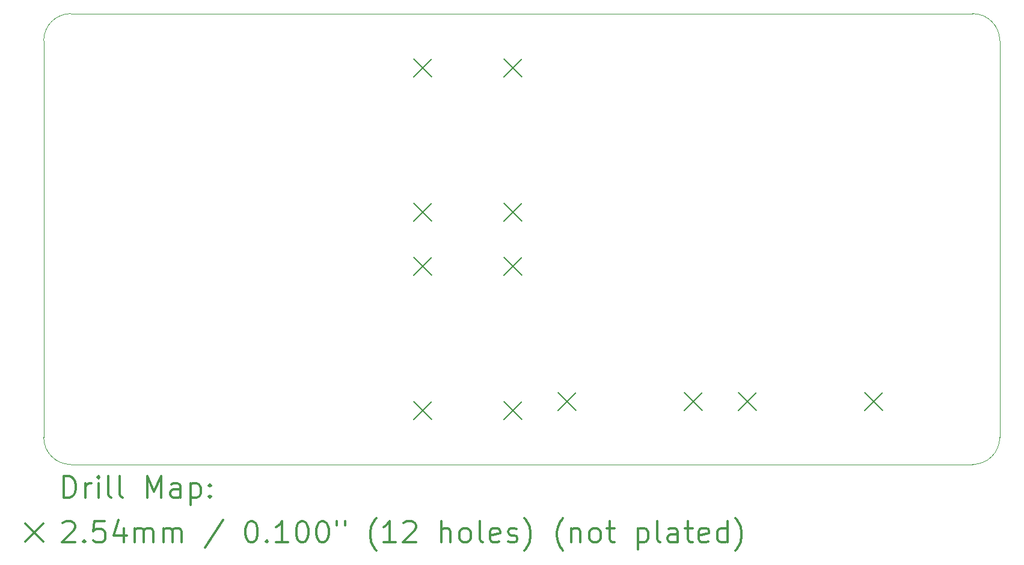
<source format=gbr>
%FSLAX45Y45*%
G04 Gerber Fmt 4.5, Leading zero omitted, Abs format (unit mm)*
G04 Created by KiCad (PCBNEW (5.1.9-0-10_14)) date 2021-05-11 12:02:24*
%MOMM*%
%LPD*%
G01*
G04 APERTURE LIST*
%TA.AperFunction,Profile*%
%ADD10C,0.050000*%
%TD*%
%ADD11C,0.200000*%
%ADD12C,0.300000*%
G04 APERTURE END LIST*
D10*
X24130000Y-10922000D02*
G75*
G02*
X23749000Y-11303000I-381000J0D01*
G01*
X23749000Y-4953000D02*
G75*
G02*
X24130000Y-5334000I0J-381000D01*
G01*
X10668000Y-5334000D02*
G75*
G02*
X11049000Y-4953000I381000J0D01*
G01*
X11049000Y-11303000D02*
G75*
G02*
X10668000Y-10922000I0J381000D01*
G01*
X10668000Y-10922000D02*
X10668000Y-5334000D01*
X23749000Y-11303000D02*
X11049000Y-11303000D01*
X24130000Y-5334000D02*
X24130000Y-10922000D01*
X11049000Y-4953000D02*
X23749000Y-4953000D01*
D11*
X15875000Y-5588000D02*
X16129000Y-5842000D01*
X16129000Y-5588000D02*
X15875000Y-5842000D01*
X15875000Y-7620000D02*
X16129000Y-7874000D01*
X16129000Y-7620000D02*
X15875000Y-7874000D01*
X15875000Y-8382000D02*
X16129000Y-8636000D01*
X16129000Y-8382000D02*
X15875000Y-8636000D01*
X15875000Y-10414000D02*
X16129000Y-10668000D01*
X16129000Y-10414000D02*
X15875000Y-10668000D01*
X17145000Y-5588000D02*
X17399000Y-5842000D01*
X17399000Y-5588000D02*
X17145000Y-5842000D01*
X17145000Y-7620000D02*
X17399000Y-7874000D01*
X17399000Y-7620000D02*
X17145000Y-7874000D01*
X17145000Y-8382000D02*
X17399000Y-8636000D01*
X17399000Y-8382000D02*
X17145000Y-8636000D01*
X17145000Y-10414000D02*
X17399000Y-10668000D01*
X17399000Y-10414000D02*
X17145000Y-10668000D01*
X17907000Y-10287000D02*
X18161000Y-10541000D01*
X18161000Y-10287000D02*
X17907000Y-10541000D01*
X19685000Y-10287000D02*
X19939000Y-10541000D01*
X19939000Y-10287000D02*
X19685000Y-10541000D01*
X20447000Y-10287000D02*
X20701000Y-10541000D01*
X20701000Y-10287000D02*
X20447000Y-10541000D01*
X22225000Y-10287000D02*
X22479000Y-10541000D01*
X22479000Y-10287000D02*
X22225000Y-10541000D01*
D12*
X10951928Y-11771214D02*
X10951928Y-11471214D01*
X11023357Y-11471214D01*
X11066214Y-11485500D01*
X11094786Y-11514071D01*
X11109071Y-11542643D01*
X11123357Y-11599786D01*
X11123357Y-11642643D01*
X11109071Y-11699786D01*
X11094786Y-11728357D01*
X11066214Y-11756929D01*
X11023357Y-11771214D01*
X10951928Y-11771214D01*
X11251928Y-11771214D02*
X11251928Y-11571214D01*
X11251928Y-11628357D02*
X11266214Y-11599786D01*
X11280500Y-11585500D01*
X11309071Y-11571214D01*
X11337643Y-11571214D01*
X11437643Y-11771214D02*
X11437643Y-11571214D01*
X11437643Y-11471214D02*
X11423357Y-11485500D01*
X11437643Y-11499786D01*
X11451928Y-11485500D01*
X11437643Y-11471214D01*
X11437643Y-11499786D01*
X11623357Y-11771214D02*
X11594786Y-11756929D01*
X11580500Y-11728357D01*
X11580500Y-11471214D01*
X11780500Y-11771214D02*
X11751928Y-11756929D01*
X11737643Y-11728357D01*
X11737643Y-11471214D01*
X12123357Y-11771214D02*
X12123357Y-11471214D01*
X12223357Y-11685500D01*
X12323357Y-11471214D01*
X12323357Y-11771214D01*
X12594786Y-11771214D02*
X12594786Y-11614071D01*
X12580500Y-11585500D01*
X12551928Y-11571214D01*
X12494786Y-11571214D01*
X12466214Y-11585500D01*
X12594786Y-11756929D02*
X12566214Y-11771214D01*
X12494786Y-11771214D01*
X12466214Y-11756929D01*
X12451928Y-11728357D01*
X12451928Y-11699786D01*
X12466214Y-11671214D01*
X12494786Y-11656929D01*
X12566214Y-11656929D01*
X12594786Y-11642643D01*
X12737643Y-11571214D02*
X12737643Y-11871214D01*
X12737643Y-11585500D02*
X12766214Y-11571214D01*
X12823357Y-11571214D01*
X12851928Y-11585500D01*
X12866214Y-11599786D01*
X12880500Y-11628357D01*
X12880500Y-11714071D01*
X12866214Y-11742643D01*
X12851928Y-11756929D01*
X12823357Y-11771214D01*
X12766214Y-11771214D01*
X12737643Y-11756929D01*
X13009071Y-11742643D02*
X13023357Y-11756929D01*
X13009071Y-11771214D01*
X12994786Y-11756929D01*
X13009071Y-11742643D01*
X13009071Y-11771214D01*
X13009071Y-11585500D02*
X13023357Y-11599786D01*
X13009071Y-11614071D01*
X12994786Y-11599786D01*
X13009071Y-11585500D01*
X13009071Y-11614071D01*
X10411500Y-12138500D02*
X10665500Y-12392500D01*
X10665500Y-12138500D02*
X10411500Y-12392500D01*
X10937643Y-12129786D02*
X10951928Y-12115500D01*
X10980500Y-12101214D01*
X11051928Y-12101214D01*
X11080500Y-12115500D01*
X11094786Y-12129786D01*
X11109071Y-12158357D01*
X11109071Y-12186929D01*
X11094786Y-12229786D01*
X10923357Y-12401214D01*
X11109071Y-12401214D01*
X11237643Y-12372643D02*
X11251928Y-12386929D01*
X11237643Y-12401214D01*
X11223357Y-12386929D01*
X11237643Y-12372643D01*
X11237643Y-12401214D01*
X11523357Y-12101214D02*
X11380500Y-12101214D01*
X11366214Y-12244071D01*
X11380500Y-12229786D01*
X11409071Y-12215500D01*
X11480500Y-12215500D01*
X11509071Y-12229786D01*
X11523357Y-12244071D01*
X11537643Y-12272643D01*
X11537643Y-12344071D01*
X11523357Y-12372643D01*
X11509071Y-12386929D01*
X11480500Y-12401214D01*
X11409071Y-12401214D01*
X11380500Y-12386929D01*
X11366214Y-12372643D01*
X11794786Y-12201214D02*
X11794786Y-12401214D01*
X11723357Y-12086929D02*
X11651928Y-12301214D01*
X11837643Y-12301214D01*
X11951928Y-12401214D02*
X11951928Y-12201214D01*
X11951928Y-12229786D02*
X11966214Y-12215500D01*
X11994786Y-12201214D01*
X12037643Y-12201214D01*
X12066214Y-12215500D01*
X12080500Y-12244071D01*
X12080500Y-12401214D01*
X12080500Y-12244071D02*
X12094786Y-12215500D01*
X12123357Y-12201214D01*
X12166214Y-12201214D01*
X12194786Y-12215500D01*
X12209071Y-12244071D01*
X12209071Y-12401214D01*
X12351928Y-12401214D02*
X12351928Y-12201214D01*
X12351928Y-12229786D02*
X12366214Y-12215500D01*
X12394786Y-12201214D01*
X12437643Y-12201214D01*
X12466214Y-12215500D01*
X12480500Y-12244071D01*
X12480500Y-12401214D01*
X12480500Y-12244071D02*
X12494786Y-12215500D01*
X12523357Y-12201214D01*
X12566214Y-12201214D01*
X12594786Y-12215500D01*
X12609071Y-12244071D01*
X12609071Y-12401214D01*
X13194786Y-12086929D02*
X12937643Y-12472643D01*
X13580500Y-12101214D02*
X13609071Y-12101214D01*
X13637643Y-12115500D01*
X13651928Y-12129786D01*
X13666214Y-12158357D01*
X13680500Y-12215500D01*
X13680500Y-12286929D01*
X13666214Y-12344071D01*
X13651928Y-12372643D01*
X13637643Y-12386929D01*
X13609071Y-12401214D01*
X13580500Y-12401214D01*
X13551928Y-12386929D01*
X13537643Y-12372643D01*
X13523357Y-12344071D01*
X13509071Y-12286929D01*
X13509071Y-12215500D01*
X13523357Y-12158357D01*
X13537643Y-12129786D01*
X13551928Y-12115500D01*
X13580500Y-12101214D01*
X13809071Y-12372643D02*
X13823357Y-12386929D01*
X13809071Y-12401214D01*
X13794786Y-12386929D01*
X13809071Y-12372643D01*
X13809071Y-12401214D01*
X14109071Y-12401214D02*
X13937643Y-12401214D01*
X14023357Y-12401214D02*
X14023357Y-12101214D01*
X13994786Y-12144071D01*
X13966214Y-12172643D01*
X13937643Y-12186929D01*
X14294786Y-12101214D02*
X14323357Y-12101214D01*
X14351928Y-12115500D01*
X14366214Y-12129786D01*
X14380500Y-12158357D01*
X14394786Y-12215500D01*
X14394786Y-12286929D01*
X14380500Y-12344071D01*
X14366214Y-12372643D01*
X14351928Y-12386929D01*
X14323357Y-12401214D01*
X14294786Y-12401214D01*
X14266214Y-12386929D01*
X14251928Y-12372643D01*
X14237643Y-12344071D01*
X14223357Y-12286929D01*
X14223357Y-12215500D01*
X14237643Y-12158357D01*
X14251928Y-12129786D01*
X14266214Y-12115500D01*
X14294786Y-12101214D01*
X14580500Y-12101214D02*
X14609071Y-12101214D01*
X14637643Y-12115500D01*
X14651928Y-12129786D01*
X14666214Y-12158357D01*
X14680500Y-12215500D01*
X14680500Y-12286929D01*
X14666214Y-12344071D01*
X14651928Y-12372643D01*
X14637643Y-12386929D01*
X14609071Y-12401214D01*
X14580500Y-12401214D01*
X14551928Y-12386929D01*
X14537643Y-12372643D01*
X14523357Y-12344071D01*
X14509071Y-12286929D01*
X14509071Y-12215500D01*
X14523357Y-12158357D01*
X14537643Y-12129786D01*
X14551928Y-12115500D01*
X14580500Y-12101214D01*
X14794786Y-12101214D02*
X14794786Y-12158357D01*
X14909071Y-12101214D02*
X14909071Y-12158357D01*
X15351928Y-12515500D02*
X15337643Y-12501214D01*
X15309071Y-12458357D01*
X15294786Y-12429786D01*
X15280500Y-12386929D01*
X15266214Y-12315500D01*
X15266214Y-12258357D01*
X15280500Y-12186929D01*
X15294786Y-12144071D01*
X15309071Y-12115500D01*
X15337643Y-12072643D01*
X15351928Y-12058357D01*
X15623357Y-12401214D02*
X15451928Y-12401214D01*
X15537643Y-12401214D02*
X15537643Y-12101214D01*
X15509071Y-12144071D01*
X15480500Y-12172643D01*
X15451928Y-12186929D01*
X15737643Y-12129786D02*
X15751928Y-12115500D01*
X15780500Y-12101214D01*
X15851928Y-12101214D01*
X15880500Y-12115500D01*
X15894786Y-12129786D01*
X15909071Y-12158357D01*
X15909071Y-12186929D01*
X15894786Y-12229786D01*
X15723357Y-12401214D01*
X15909071Y-12401214D01*
X16266214Y-12401214D02*
X16266214Y-12101214D01*
X16394786Y-12401214D02*
X16394786Y-12244071D01*
X16380500Y-12215500D01*
X16351928Y-12201214D01*
X16309071Y-12201214D01*
X16280500Y-12215500D01*
X16266214Y-12229786D01*
X16580500Y-12401214D02*
X16551928Y-12386929D01*
X16537643Y-12372643D01*
X16523357Y-12344071D01*
X16523357Y-12258357D01*
X16537643Y-12229786D01*
X16551928Y-12215500D01*
X16580500Y-12201214D01*
X16623357Y-12201214D01*
X16651928Y-12215500D01*
X16666214Y-12229786D01*
X16680500Y-12258357D01*
X16680500Y-12344071D01*
X16666214Y-12372643D01*
X16651928Y-12386929D01*
X16623357Y-12401214D01*
X16580500Y-12401214D01*
X16851928Y-12401214D02*
X16823357Y-12386929D01*
X16809071Y-12358357D01*
X16809071Y-12101214D01*
X17080500Y-12386929D02*
X17051928Y-12401214D01*
X16994786Y-12401214D01*
X16966214Y-12386929D01*
X16951928Y-12358357D01*
X16951928Y-12244071D01*
X16966214Y-12215500D01*
X16994786Y-12201214D01*
X17051928Y-12201214D01*
X17080500Y-12215500D01*
X17094786Y-12244071D01*
X17094786Y-12272643D01*
X16951928Y-12301214D01*
X17209071Y-12386929D02*
X17237643Y-12401214D01*
X17294786Y-12401214D01*
X17323357Y-12386929D01*
X17337643Y-12358357D01*
X17337643Y-12344071D01*
X17323357Y-12315500D01*
X17294786Y-12301214D01*
X17251928Y-12301214D01*
X17223357Y-12286929D01*
X17209071Y-12258357D01*
X17209071Y-12244071D01*
X17223357Y-12215500D01*
X17251928Y-12201214D01*
X17294786Y-12201214D01*
X17323357Y-12215500D01*
X17437643Y-12515500D02*
X17451928Y-12501214D01*
X17480500Y-12458357D01*
X17494786Y-12429786D01*
X17509071Y-12386929D01*
X17523357Y-12315500D01*
X17523357Y-12258357D01*
X17509071Y-12186929D01*
X17494786Y-12144071D01*
X17480500Y-12115500D01*
X17451928Y-12072643D01*
X17437643Y-12058357D01*
X17980500Y-12515500D02*
X17966214Y-12501214D01*
X17937643Y-12458357D01*
X17923357Y-12429786D01*
X17909071Y-12386929D01*
X17894786Y-12315500D01*
X17894786Y-12258357D01*
X17909071Y-12186929D01*
X17923357Y-12144071D01*
X17937643Y-12115500D01*
X17966214Y-12072643D01*
X17980500Y-12058357D01*
X18094786Y-12201214D02*
X18094786Y-12401214D01*
X18094786Y-12229786D02*
X18109071Y-12215500D01*
X18137643Y-12201214D01*
X18180500Y-12201214D01*
X18209071Y-12215500D01*
X18223357Y-12244071D01*
X18223357Y-12401214D01*
X18409071Y-12401214D02*
X18380500Y-12386929D01*
X18366214Y-12372643D01*
X18351928Y-12344071D01*
X18351928Y-12258357D01*
X18366214Y-12229786D01*
X18380500Y-12215500D01*
X18409071Y-12201214D01*
X18451928Y-12201214D01*
X18480500Y-12215500D01*
X18494786Y-12229786D01*
X18509071Y-12258357D01*
X18509071Y-12344071D01*
X18494786Y-12372643D01*
X18480500Y-12386929D01*
X18451928Y-12401214D01*
X18409071Y-12401214D01*
X18594786Y-12201214D02*
X18709071Y-12201214D01*
X18637643Y-12101214D02*
X18637643Y-12358357D01*
X18651928Y-12386929D01*
X18680500Y-12401214D01*
X18709071Y-12401214D01*
X19037643Y-12201214D02*
X19037643Y-12501214D01*
X19037643Y-12215500D02*
X19066214Y-12201214D01*
X19123357Y-12201214D01*
X19151928Y-12215500D01*
X19166214Y-12229786D01*
X19180500Y-12258357D01*
X19180500Y-12344071D01*
X19166214Y-12372643D01*
X19151928Y-12386929D01*
X19123357Y-12401214D01*
X19066214Y-12401214D01*
X19037643Y-12386929D01*
X19351928Y-12401214D02*
X19323357Y-12386929D01*
X19309071Y-12358357D01*
X19309071Y-12101214D01*
X19594786Y-12401214D02*
X19594786Y-12244071D01*
X19580500Y-12215500D01*
X19551928Y-12201214D01*
X19494786Y-12201214D01*
X19466214Y-12215500D01*
X19594786Y-12386929D02*
X19566214Y-12401214D01*
X19494786Y-12401214D01*
X19466214Y-12386929D01*
X19451928Y-12358357D01*
X19451928Y-12329786D01*
X19466214Y-12301214D01*
X19494786Y-12286929D01*
X19566214Y-12286929D01*
X19594786Y-12272643D01*
X19694786Y-12201214D02*
X19809071Y-12201214D01*
X19737643Y-12101214D02*
X19737643Y-12358357D01*
X19751928Y-12386929D01*
X19780500Y-12401214D01*
X19809071Y-12401214D01*
X20023357Y-12386929D02*
X19994786Y-12401214D01*
X19937643Y-12401214D01*
X19909071Y-12386929D01*
X19894786Y-12358357D01*
X19894786Y-12244071D01*
X19909071Y-12215500D01*
X19937643Y-12201214D01*
X19994786Y-12201214D01*
X20023357Y-12215500D01*
X20037643Y-12244071D01*
X20037643Y-12272643D01*
X19894786Y-12301214D01*
X20294786Y-12401214D02*
X20294786Y-12101214D01*
X20294786Y-12386929D02*
X20266214Y-12401214D01*
X20209071Y-12401214D01*
X20180500Y-12386929D01*
X20166214Y-12372643D01*
X20151928Y-12344071D01*
X20151928Y-12258357D01*
X20166214Y-12229786D01*
X20180500Y-12215500D01*
X20209071Y-12201214D01*
X20266214Y-12201214D01*
X20294786Y-12215500D01*
X20409071Y-12515500D02*
X20423357Y-12501214D01*
X20451928Y-12458357D01*
X20466214Y-12429786D01*
X20480500Y-12386929D01*
X20494786Y-12315500D01*
X20494786Y-12258357D01*
X20480500Y-12186929D01*
X20466214Y-12144071D01*
X20451928Y-12115500D01*
X20423357Y-12072643D01*
X20409071Y-12058357D01*
M02*

</source>
